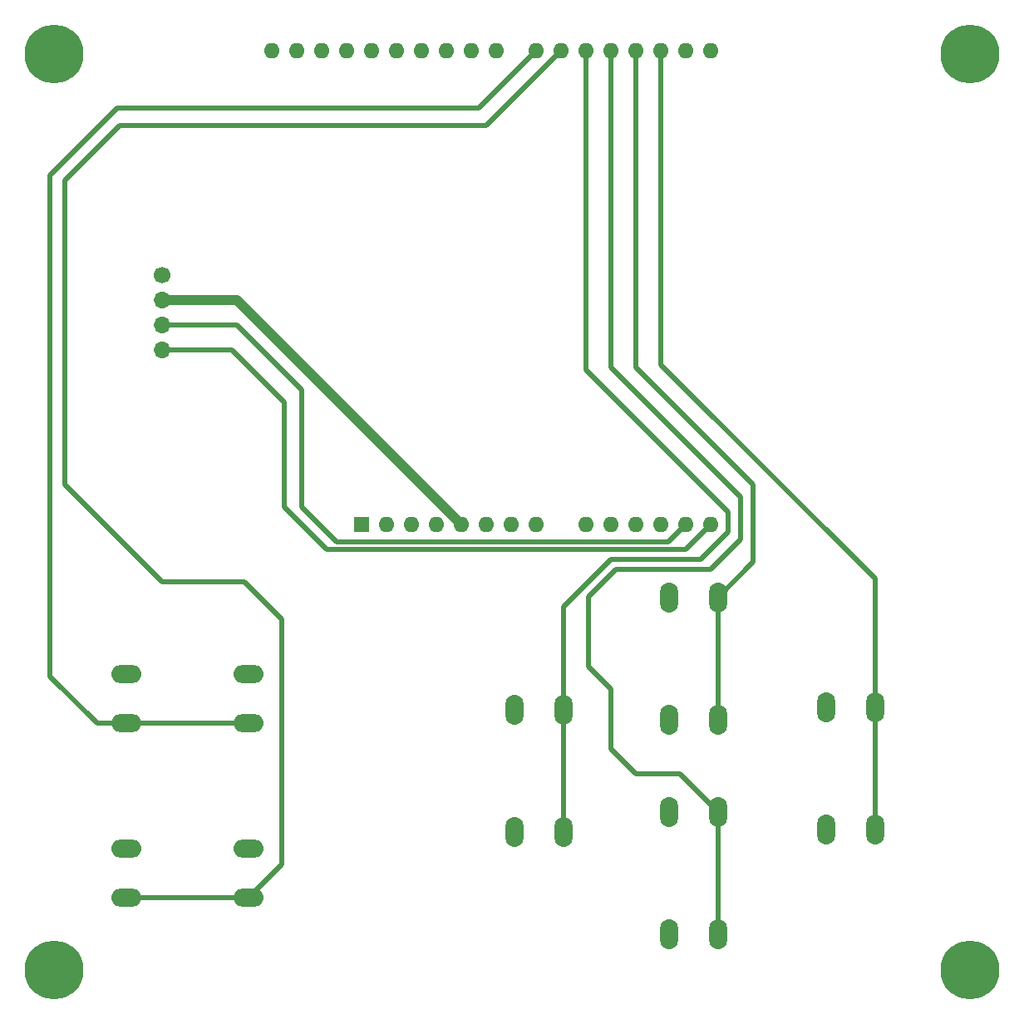
<source format=gtl>
G04 #@! TF.GenerationSoftware,KiCad,Pcbnew,7.0.10*
G04 #@! TF.CreationDate,2024-02-16T21:01:07+01:00*
G04 #@! TF.ProjectId,minigame,6d696e69-6761-46d6-952e-6b696361645f,1.0*
G04 #@! TF.SameCoordinates,Original*
G04 #@! TF.FileFunction,Copper,L1,Top*
G04 #@! TF.FilePolarity,Positive*
%FSLAX46Y46*%
G04 Gerber Fmt 4.6, Leading zero omitted, Abs format (unit mm)*
G04 Created by KiCad (PCBNEW 7.0.10) date 2024-02-16 21:01:07*
%MOMM*%
%LPD*%
G01*
G04 APERTURE LIST*
G04 #@! TA.AperFunction,ComponentPad*
%ADD10C,3.400000*%
G04 #@! TD*
G04 #@! TA.AperFunction,ConnectorPad*
%ADD11C,6.000000*%
G04 #@! TD*
G04 #@! TA.AperFunction,ComponentPad*
%ADD12O,1.850000X3.048000*%
G04 #@! TD*
G04 #@! TA.AperFunction,ComponentPad*
%ADD13C,1.700000*%
G04 #@! TD*
G04 #@! TA.AperFunction,ComponentPad*
%ADD14O,1.700000X1.700000*%
G04 #@! TD*
G04 #@! TA.AperFunction,ComponentPad*
%ADD15O,3.048000X1.850000*%
G04 #@! TD*
G04 #@! TA.AperFunction,ComponentPad*
%ADD16R,1.600000X1.600000*%
G04 #@! TD*
G04 #@! TA.AperFunction,ComponentPad*
%ADD17O,1.600000X1.600000*%
G04 #@! TD*
G04 #@! TA.AperFunction,Conductor*
%ADD18C,1.000000*%
G04 #@! TD*
G04 #@! TA.AperFunction,Conductor*
%ADD19C,0.500000*%
G04 #@! TD*
G04 APERTURE END LIST*
D10*
X88026003Y-147030405D03*
D11*
X88026003Y-147030405D03*
D12*
X150662000Y-143400000D03*
X150662000Y-130900000D03*
X155662000Y-143400000D03*
X155662000Y-130900000D03*
D10*
X88014755Y-53691093D03*
D11*
X88014755Y-53691093D03*
D12*
X150662000Y-121556000D03*
X150662000Y-109056000D03*
X155662000Y-121556000D03*
X155662000Y-109056000D03*
D10*
X181347229Y-147030967D03*
D11*
X181347229Y-147030967D03*
D12*
X166664000Y-132732000D03*
X166664000Y-120232000D03*
X171664000Y-132732000D03*
X171664000Y-120232000D03*
D13*
X99060000Y-76200000D03*
D14*
X99060000Y-78740000D03*
X99060000Y-81280000D03*
X99060000Y-83820000D03*
D15*
X95360000Y-116880000D03*
X107860000Y-116880000D03*
X95360000Y-121880000D03*
X107860000Y-121880000D03*
X95360000Y-134660000D03*
X107860000Y-134660000D03*
X95360000Y-139660000D03*
X107860000Y-139660000D03*
D12*
X134914000Y-132986000D03*
X134914000Y-120486000D03*
X139914000Y-132986000D03*
X139914000Y-120486000D03*
D16*
X119380000Y-101600000D03*
D17*
X121920000Y-101600000D03*
X124460000Y-101600000D03*
X127000000Y-101600000D03*
X129540000Y-101600000D03*
X132080000Y-101600000D03*
X134620000Y-101600000D03*
X137160000Y-101600000D03*
X142240000Y-101600000D03*
X144780000Y-101600000D03*
X147320000Y-101600000D03*
X149860000Y-101600000D03*
X152400000Y-101600000D03*
X154940000Y-101600000D03*
X154940000Y-53340000D03*
X152400000Y-53340000D03*
X149860000Y-53340000D03*
X147320000Y-53340000D03*
X144780000Y-53340000D03*
X142240000Y-53340000D03*
X139700000Y-53340000D03*
X137160000Y-53340000D03*
X133100000Y-53340000D03*
X130560000Y-53340000D03*
X128020000Y-53340000D03*
X125480000Y-53340000D03*
X122940000Y-53340000D03*
X120400000Y-53340000D03*
X117860000Y-53340000D03*
X115320000Y-53340000D03*
X112780000Y-53340000D03*
X110240000Y-53340000D03*
D10*
X181367708Y-53718198D03*
D11*
X181367708Y-53718198D03*
D18*
X99060000Y-78740000D02*
X106680000Y-78740000D01*
X106680000Y-78740000D02*
X129540000Y-101600000D01*
D19*
X99060000Y-81280000D02*
X106680000Y-81280000D01*
X150622000Y-103378000D02*
X152400000Y-101600000D01*
X113284000Y-87884000D02*
X113284000Y-99822000D01*
X106680000Y-81280000D02*
X113284000Y-87884000D01*
X116840000Y-103378000D02*
X150622000Y-103378000D01*
X113284000Y-99822000D02*
X116840000Y-103378000D01*
X115824000Y-104140000D02*
X152400000Y-104140000D01*
X99060000Y-83820000D02*
X106172000Y-83820000D01*
X152400000Y-104140000D02*
X154940000Y-101600000D01*
X106172000Y-83820000D02*
X111506000Y-89154000D01*
X111506000Y-89154000D02*
X111506000Y-99822000D01*
X111506000Y-99822000D02*
X115824000Y-104140000D01*
X149860000Y-85344000D02*
X171664000Y-107148000D01*
X171664000Y-120232000D02*
X171664000Y-132732000D01*
X171664000Y-107148000D02*
X171664000Y-120232000D01*
X149860000Y-53340000D02*
X149860000Y-85344000D01*
X147320000Y-85598000D02*
X159258000Y-97536000D01*
X155662000Y-109056000D02*
X155662000Y-121556000D01*
X159258000Y-97536000D02*
X159258000Y-105460000D01*
X147320000Y-53340000D02*
X147320000Y-85598000D01*
X159258000Y-105460000D02*
X155662000Y-109056000D01*
X154940000Y-106172000D02*
X145288000Y-106172000D01*
X144780000Y-85598000D02*
X157988000Y-98806000D01*
X144780000Y-124460000D02*
X147320000Y-127000000D01*
X155662000Y-130900000D02*
X155662000Y-143400000D01*
X144780000Y-118364000D02*
X144780000Y-124460000D01*
X147320000Y-127000000D02*
X151762000Y-127000000D01*
X145288000Y-106172000D02*
X142494000Y-108966000D01*
X151762000Y-127000000D02*
X155662000Y-130900000D01*
X142494000Y-108966000D02*
X142494000Y-116078000D01*
X144780000Y-53340000D02*
X144780000Y-85598000D01*
X157988000Y-98806000D02*
X157988000Y-103124000D01*
X157988000Y-103124000D02*
X154940000Y-106172000D01*
X142494000Y-116078000D02*
X144780000Y-118364000D01*
X139914000Y-110022000D02*
X139914000Y-120486000D01*
X153924000Y-105156000D02*
X144780000Y-105156000D01*
X142240000Y-85852000D02*
X156718000Y-100330000D01*
X156718000Y-100330000D02*
X156718000Y-102362000D01*
X156718000Y-102362000D02*
X153924000Y-105156000D01*
X144780000Y-105156000D02*
X139914000Y-110022000D01*
X142240000Y-53340000D02*
X142240000Y-85852000D01*
X139914000Y-120486000D02*
X139914000Y-132986000D01*
X111252000Y-136268000D02*
X107860000Y-139660000D01*
X139700000Y-53340000D02*
X132080000Y-60960000D01*
X89154000Y-97536000D02*
X99060000Y-107442000D01*
X107442000Y-107442000D02*
X111252000Y-111252000D01*
X89154000Y-66548000D02*
X89154000Y-97536000D01*
X94742000Y-60960000D02*
X89154000Y-66548000D01*
X111252000Y-111252000D02*
X111252000Y-136268000D01*
X99060000Y-107442000D02*
X107442000Y-107442000D01*
X107860000Y-139660000D02*
X95360000Y-139660000D01*
X132080000Y-60960000D02*
X94742000Y-60960000D01*
X131318000Y-59182000D02*
X94488000Y-59182000D01*
X137160000Y-53340000D02*
X131318000Y-59182000D01*
X87630000Y-117094000D02*
X92416000Y-121880000D01*
X95360000Y-121880000D02*
X107860000Y-121880000D01*
X87630000Y-66040000D02*
X87630000Y-117094000D01*
X92416000Y-121880000D02*
X95360000Y-121880000D01*
X94488000Y-59182000D02*
X87630000Y-66040000D01*
M02*

</source>
